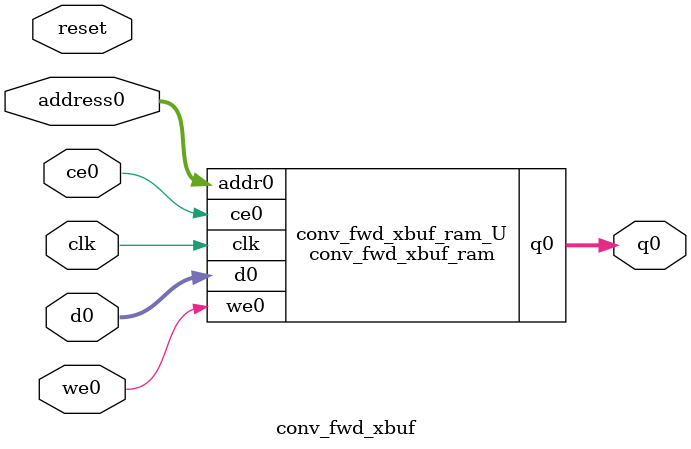
<source format=v>
`timescale 1 ns / 1 ps
module conv_fwd_xbuf_ram (addr0, ce0, d0, we0, q0,  clk);

parameter DWIDTH = 32;
parameter AWIDTH = 17;
parameter MEM_SIZE = 100000;

input[AWIDTH-1:0] addr0;
input ce0;
input[DWIDTH-1:0] d0;
input we0;
output reg[DWIDTH-1:0] q0;
input clk;

reg [DWIDTH-1:0] ram[0:MEM_SIZE-1];




always @(posedge clk)  
begin 
    if (ce0) begin
        if (we0) 
            ram[addr0] <= d0; 
        q0 <= ram[addr0];
    end
end


endmodule

`timescale 1 ns / 1 ps
module conv_fwd_xbuf(
    reset,
    clk,
    address0,
    ce0,
    we0,
    d0,
    q0);

parameter DataWidth = 32'd32;
parameter AddressRange = 32'd100000;
parameter AddressWidth = 32'd17;
input reset;
input clk;
input[AddressWidth - 1:0] address0;
input ce0;
input we0;
input[DataWidth - 1:0] d0;
output[DataWidth - 1:0] q0;



conv_fwd_xbuf_ram conv_fwd_xbuf_ram_U(
    .clk( clk ),
    .addr0( address0 ),
    .ce0( ce0 ),
    .we0( we0 ),
    .d0( d0 ),
    .q0( q0 ));

endmodule


</source>
